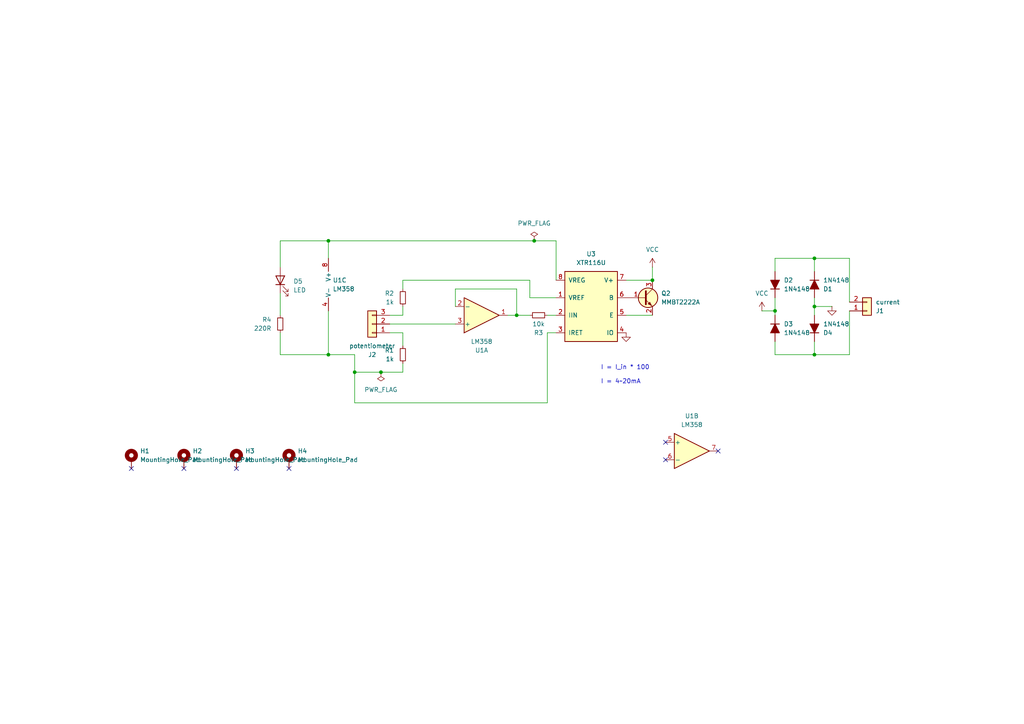
<source format=kicad_sch>
(kicad_sch (version 20231120) (generator "eeschema") (generator_version "8.0")
  (paper "A4")
  (lib_symbols
    (symbol "Amplifier_Operational:LM358" (pin_names (offset 0.127))
      (property "Reference" "U" (at 0 5.08 0))
      (property "Value" "LM358" (at 0 -5.08 0))
      (symbol "LM358_1_1"
        (polyline (pts (xy -5.08 5.08) (xy 5.08 0) (xy -5.08 -5.08) (xy -5.08 5.08)) (stroke (width 0.254)) (fill (type background)))
        (pin output line (at 7.62 0 180) (length 2.54) (name "~") (number "1"))
        (pin input line (at -7.62 -2.54 0) (length 2.54) (name "-") (number "2"))
        (pin input line (at -7.62 2.54 0) (length 2.54) (name "+") (number "3"))
      )
      (symbol "LM358_2_1"
        (polyline (pts (xy -5.08 5.08) (xy 5.08 0) (xy -5.08 -5.08) (xy -5.08 5.08)) (stroke (width 0.254)) (fill (type background)))
        (pin input line (at -7.62 2.54 0) (length 2.54) (name "+") (number "5"))
        (pin input line (at -7.62 -2.54 0) (length 2.54) (name "-") (number "6"))
        (pin output line (at 7.62 0 180) (length 2.54) (name "~") (number "7"))
      )
      (symbol "LM358_3_1"
        (pin power_in line (at -2.54 -7.62 90) (length 3.81) (name "V-") (number "4"))
        (pin power_in line (at -2.54 7.62 270) (length 3.81) (name "V+") (number "8"))
      )
    )
    (symbol "Connector_Generic:Conn_01x03" (pin_names (offset 1.016) hide)
      (property "Reference" "J" (at 0 5.08 0))
      (property "Value" "Conn_01x03" (at 0 -5.08 0))
      (symbol "Conn_01x03_1_1"
        (rectangle (start -1.27 -2.413) (end 0 -2.667) (stroke (width 0.1524)))
        (rectangle (start -1.27 0.127) (end 0 -0.127) (stroke (width 0.1524)))
        (rectangle (start -1.27 2.667) (end 0 2.413) (stroke (width 0.1524)))
        (rectangle (start -1.27 3.81) (end 1.27 -3.81) (stroke (width 0.254)) (fill (type background)))
        (pin passive line (at -5.08 2.54 0) (length 3.81) (name "Pin_1") (number "1"))
        (pin passive line (at -5.08 0 0) (length 3.81) (name "Pin_2") (number "2"))
        (pin passive line (at -5.08 -2.54 0) (length 3.81) (name "Pin_3") (number "3"))
      )
    )
    (symbol "Device:LED" (pin_numbers hide) (pin_names (offset 1.016) hide)
      (property "Reference" "D" (at 0 2.54 0))
      (property "Value" "LED" (at 0 -2.54 0))
      (symbol "LED_0_1"
        (polyline (pts (xy -1.27 -1.27) (xy -1.27 1.27)) (stroke (width 0.254)))
        (polyline (pts (xy -1.27 0) (xy 1.27 0)))
        (polyline (pts (xy 1.27 -1.27) (xy 1.27 1.27) (xy -1.27 0) (xy 1.27 -1.27)) (stroke (width 0.254)))
        (polyline (pts (xy -3.048 -0.762) (xy -4.572 -2.286) (xy -3.81 -2.286) (xy -4.572 -2.286) (xy -4.572 -1.524)))
        (polyline (pts (xy -1.778 -0.762) (xy -3.302 -2.286) (xy -2.54 -2.286) (xy -3.302 -2.286) (xy -3.302 -1.524)))
      )
      (symbol "LED_1_1"
        (pin passive line (at -3.81 0 0) (length 2.54) (name "K") (number "1"))
        (pin passive line (at 3.81 0 180) (length 2.54) (name "A") (number "2"))
      )
    )
    (symbol "Device:R_Small" (pin_numbers hide) (pin_names (offset 0.254) hide)
      (property "Reference" "R" (at 0.762 0.508 0))
      (property "Value" "R_Small" (at 0.762 -1.016 0))
      (symbol "R_Small_0_1"
        (rectangle (start -0.762 1.778) (end 0.762 -1.778) (stroke (width 0.2032)))
      )
      (symbol "R_Small_1_1"
        (pin passive line (at 0 2.54 270) (length 0.762) (name "~") (number "1"))
        (pin passive line (at 0 -2.54 90) (length 0.762) (name "~") (number "2"))
      )
    )
    (symbol "Interface_CurrentLoop:XTR116U" (pin_names (offset 1.016))
      (property "Reference" "U" (at -7.62 13.97 0))
      (property "Value" "XTR116U" (at 1.27 13.97 0))
      (symbol "XTR116U_0_1"
        (rectangle (start -7.62 12.7) (end 7.62 -7.62) (stroke (width 0.254)) (fill (type background)))
      )
      (symbol "XTR116U_1_1"
        (pin output line (at -10.16 5.08 0) (length 2.54) (name "VREF") (number "1"))
        (pin input line (at -10.16 0 0) (length 2.54) (name "IIN") (number "2"))
        (pin input line (at -10.16 -5.08 0) (length 2.54) (name "IRET") (number "3"))
        (pin passive line (at 10.16 -5.08 180) (length 2.54) (name "IO") (number "4"))
        (pin passive line (at 10.16 0 180) (length 2.54) (name "E") (number "5"))
        (pin output line (at 10.16 5.08 180) (length 2.54) (name "B") (number "6"))
        (pin output line (at 10.16 10.16 180) (length 2.54) (name "V+") (number "7"))
        (pin output line (at -10.16 10.16 0) (length 2.54) (name "VREG") (number "8"))
      )
    )
    (symbol "Mechanical:MountingHole_Pad" (pin_numbers hide) (pin_names (offset 1.016) hide) (exclude_from_sim yes) (in_bom no)
      (property "Reference" "H" (at 0 6.35 0))
      (property "Value" "MountingHole_Pad" (at 0 4.445 0))
      (symbol "MountingHole_Pad_0_1"
        (circle (center 0 1.27) (radius 1.27) (stroke (width 1.27)))
      )
      (symbol "MountingHole_Pad_1_1"
        (pin input line (at 0 -2.54 90) (length 2.54) (name "1") (number "1"))
      )
    )
    (symbol "PCM_4ms_Connector:Conn_01x02" (pin_names (offset 1.016) hide)
      (property "Reference" "J" (at 0 2.54 0))
      (property "Value" "Conn_01x02" (at 0 -5.08 0))
      (symbol "Conn_01x02_1_1"
        (rectangle (start -1.27 -2.413) (end 0 -2.667) (stroke (width 0.1524)))
        (rectangle (start -1.27 0.127) (end 0 -0.127) (stroke (width 0.1524)))
        (rectangle (start -1.27 1.27) (end 1.27 -3.81) (stroke (width 0.254)) (fill (type background)))
        (pin passive line (at -5.08 0 0) (length 3.81) (name "Pin_1") (number "1"))
        (pin passive line (at -5.08 -2.54 0) (length 3.81) (name "Pin_2") (number "2"))
      )
    )
    (symbol "PCM_Diode_AKL:1N4148" (pin_numbers hide) (pin_names (offset 1.016) hide)
      (property "Reference" "D" (at 0 5.08 0))
      (property "Value" "1N4148" (at 0 2.54 0))
      (symbol "1N4148_0_1"
        (polyline (pts (xy -1.27 0) (xy 1.27 0)))
        (polyline (pts (xy 1.27 1.27) (xy 1.27 -1.27)) (stroke (width 0.254)))
        (polyline (pts (xy -1.27 1.27) (xy -1.27 -1.27) (xy 1.27 0) (xy -1.27 1.27)) (stroke (width 0.254)) (fill (type outline)))
      )
      (symbol "1N4148_0_2"
        (polyline (pts (xy -2.54 -2.54) (xy 2.54 2.54)))
        (polyline (pts (xy 0 1.778) (xy 1.778 0)) (stroke (width 0.254)))
        (polyline (pts (xy -0.889 -0.889) (xy -1.778 0) (xy 0.889 0.889) (xy 0 -1.778) (xy -0.889 -0.889)) (stroke (width 0.254)) (fill (type outline)))
      )
      (symbol "1N4148_1_1"
        (pin passive line (at 3.81 0 180) (length 2.54) (name "K") (number "1"))
        (pin passive line (at -3.81 0 0) (length 2.54) (name "A") (number "2"))
      )
      (symbol "1N4148_1_2"
        (pin passive line (at 2.54 2.54 180) (length 0) (name "K") (number "1"))
        (pin passive line (at -2.54 -2.54 0) (length 0) (name "A") (number "2"))
      )
    )
    (symbol "PCM_Transistor_BJT_AKL:MMBT2222A" (pin_names hide)
      (property "Reference" "Q" (at 5.08 1.27 0))
      (property "Value" "MMBT2222A" (at 5.08 -1.27 0))
      (symbol "MMBT2222A_0_1"
        (polyline (pts (xy 0.635 0.635) (xy 2.54 2.54)))
        (polyline (pts (xy 0.635 -0.635) (xy 2.54 -2.54) (xy 2.54 -2.54)))
        (polyline (pts (xy 0.635 1.905) (xy 0.635 -1.905) (xy 0.635 -1.905)) (stroke (width 0.508)))
        (polyline (pts (xy 1.27 -1.778) (xy 1.778 -1.27) (xy 2.286 -2.286) (xy 1.27 -1.778) (xy 1.27 -1.778)) (fill (type outline)))
        (circle (center 1.27 0) (radius 2.8194) (stroke (width 0.254)) (fill (type background)))
      )
      (symbol "MMBT2222A_1_1"
        (pin input line (at -5.08 0 0) (length 5.715) (name "B") (number "1"))
        (pin passive line (at 2.54 -5.08 90) (length 2.54) (name "E") (number "2"))
        (pin passive line (at 2.54 5.08 270) (length 2.54) (name "C") (number "3"))
      )
    )
    (symbol "power:GND" (power) (pin_numbers hide) (pin_names (offset 0) hide)
      (property "Value" "GND" (at 0 -3.81 0))
      (symbol "GND_0_1"
        (polyline (pts (xy 0 0) (xy 0 -1.27) (xy 1.27 -1.27) (xy 0 -2.54) (xy -1.27 -1.27) (xy 0 -1.27)))
      )
      (symbol "GND_1_1"
        (pin power_in line (at 0 0 270) (length 0) (name "~") (number "1"))
      )
    )
    (symbol "power:PWR_FLAG" (power) (pin_numbers hide) (pin_names (offset 0) hide)
      (property "Value" "PWR_FLAG" (at 0 3.81 0))
      (symbol "PWR_FLAG_0_0"
        (pin power_out line (at 0 0 90) (length 0) (name "~") (number "1"))
      )
      (symbol "PWR_FLAG_0_1"
        (polyline (pts (xy 0 0) (xy 0 1.27) (xy -1.016 1.905) (xy 0 2.54) (xy 1.016 1.905) (xy 0 1.27)))
      )
    )
    (symbol "power:VCC" (power) (pin_numbers hide) (pin_names (offset 0) hide)
      (property "Value" "VCC" (at 0 3.556 0))
      (symbol "VCC_0_1"
        (polyline (pts (xy -0.762 1.27) (xy 0 2.54)))
        (polyline (pts (xy 0 0) (xy 0 2.54)))
        (polyline (pts (xy 0 2.54) (xy 0.762 1.27)))
      )
      (symbol "VCC_1_1"
        (pin power_in line (at 0 0 90) (length 0) (name "~") (number "1"))
      )
    )
  )
  (junction (at 236.22 102.87))
  (junction (at 102.87 107.95))
  (junction (at 189.23 81.28))
  (junction (at 149.86 91.44))
  (junction (at 224.79 90.17))
  (junction (at 236.22 74.93))
  (junction (at 236.22 88.9))
  (junction (at 154.94 69.85))
  (junction (at 95.25 69.85))
  (junction (at 95.25 102.87))
  (junction (at 110.49 107.95))
  (no_connect (at 38.1 135.89))
  (no_connect (at 193.04 128.27))
  (no_connect (at 83.82 135.89))
  (no_connect (at 208.28 130.81))
  (no_connect (at 68.58 135.89))
  (no_connect (at 53.34 135.89))
  (no_connect (at 193.04 133.35))
  (wire (pts (xy 147.32 91.44) (xy 149.86 91.44)))
  (wire (pts (xy 220.98 90.17) (xy 224.79 90.17)))
  (wire (pts (xy 246.38 74.93) (xy 236.22 74.93)))
  (wire (pts (xy 236.22 99.06) (xy 236.22 102.87)))
  (wire (pts (xy 116.84 105.41) (xy 116.84 107.95)))
  (wire (pts (xy 189.23 77.47) (xy 189.23 81.28)))
  (wire (pts (xy 113.03 91.44) (xy 116.84 91.44)))
  (wire (pts (xy 113.03 96.52) (xy 116.84 96.52)))
  (wire (pts (xy 102.87 107.95) (xy 102.87 102.87)))
  (wire (pts (xy 132.08 88.9) (xy 132.08 83.82)))
  (wire (pts (xy 132.08 83.82) (xy 149.86 83.82)))
  (wire (pts (xy 158.75 96.52) (xy 158.75 116.84)))
  (wire (pts (xy 158.75 116.84) (xy 102.87 116.84)))
  (wire (pts (xy 116.84 96.52) (xy 116.84 100.33)))
  (wire (pts (xy 224.79 102.87) (xy 224.79 99.06)))
  (wire (pts (xy 149.86 91.44) (xy 153.67 91.44)))
  (wire (pts (xy 110.49 107.95) (xy 116.84 107.95)))
  (wire (pts (xy 236.22 74.93) (xy 236.22 78.74)))
  (wire (pts (xy 224.79 74.93) (xy 224.79 78.74)))
  (wire (pts (xy 153.67 81.28) (xy 153.67 86.36)))
  (wire (pts (xy 81.28 77.47) (xy 81.28 69.85)))
  (wire (pts (xy 153.67 86.36) (xy 161.29 86.36)))
  (wire (pts (xy 236.22 86.36) (xy 236.22 88.9)))
  (wire (pts (xy 81.28 91.44) (xy 81.28 85.09)))
  (wire (pts (xy 224.79 90.17) (xy 224.79 91.44)))
  (wire (pts (xy 81.28 69.85) (xy 95.25 69.85)))
  (wire (pts (xy 181.61 91.44) (xy 189.23 91.44)))
  (wire (pts (xy 236.22 88.9) (xy 236.22 91.44)))
  (wire (pts (xy 95.25 69.85) (xy 95.25 74.93)))
  (wire (pts (xy 224.79 86.36) (xy 224.79 90.17)))
  (wire (pts (xy 161.29 69.85) (xy 154.94 69.85)))
  (wire (pts (xy 158.75 96.52) (xy 161.29 96.52)))
  (wire (pts (xy 224.79 74.93) (xy 236.22 74.93)))
  (wire (pts (xy 95.25 90.17) (xy 95.25 102.87)))
  (wire (pts (xy 116.84 81.28) (xy 153.67 81.28)))
  (wire (pts (xy 95.25 102.87) (xy 102.87 102.87)))
  (wire (pts (xy 149.86 83.82) (xy 149.86 91.44)))
  (wire (pts (xy 102.87 116.84) (xy 102.87 107.95)))
  (wire (pts (xy 81.28 102.87) (xy 95.25 102.87)))
  (wire (pts (xy 116.84 81.28) (xy 116.84 83.82)))
  (wire (pts (xy 158.75 91.44) (xy 161.29 91.44)))
  (wire (pts (xy 113.03 93.98) (xy 132.08 93.98)))
  (wire (pts (xy 154.94 69.85) (xy 95.25 69.85)))
  (wire (pts (xy 246.38 90.17) (xy 246.38 102.87)))
  (wire (pts (xy 161.29 81.28) (xy 161.29 69.85)))
  (wire (pts (xy 241.3 88.9) (xy 236.22 88.9)))
  (wire (pts (xy 246.38 102.87) (xy 236.22 102.87)))
  (wire (pts (xy 102.87 107.95) (xy 110.49 107.95)))
  (wire (pts (xy 189.23 81.28) (xy 181.61 81.28)))
  (wire (pts (xy 81.28 102.87) (xy 81.28 96.52)))
  (wire (pts (xy 246.38 87.63) (xy 246.38 74.93)))
  (wire (pts (xy 236.22 102.87) (xy 224.79 102.87)))
  (wire (pts (xy 116.84 91.44) (xy 116.84 88.9)))
  (text "I = I_in * 100\n\nI = 4~20mA\n" (at 174.244 105.918 0) (effects (font (size 1.27 1.27)) (justify left top)))
  (symbol (lib_id "Mechanical:MountingHole_Pad") (at 53.34 133.35 0) (unit 1) (exclude_from_sim yes) (in_bom no)
    (property "Reference" "H2" (at 55.88 130.8099 0) (effects (justify left)))
    (property "Value" "MountingHole_Pad" (at 55.88 133.3499 0) (effects (justify left)))
    (property "Footprint" "MountingHole:MountingHole_3.2mm_M3_Pad_TopBottom" (effects (hide yes)))
    (property "Description" "Mounting Hole with connection" (effects (hide yes)))
  )
  (symbol (lib_id "Device:R_Small") (at 116.84 102.87 0) (mirror y) (unit 1)
    (property "Reference" "R1" (at 114.3 101.5999 0) (effects (justify left)))
    (property "Value" "1k" (at 114.3 104.1399 0) (effects (justify left)))
    (property "Footprint" "Resistor_SMD:R_0402_1005Metric" (effects (hide yes)))
    (property "Description" "Resistor, small symbol" (effects (hide yes)))
  )
  (symbol (lib_id "Device:R_Small") (at 116.84 86.36 0) (mirror y) (unit 1)
    (property "Reference" "R2" (at 114.3 85.0899 0) (effects (justify left)))
    (property "Value" "1k" (at 114.3 87.6299 0) (effects (justify left)))
    (property "Footprint" "Resistor_SMD:R_0402_1005Metric" (effects (hide yes)))
    (property "Description" "Resistor, small symbol" (effects (hide yes)))
  )
  (symbol (lib_id "power:GND") (at 241.3 88.9 0) (unit 1)
    (property "Reference" "#PWR03" (effects (hide yes)))
    (property "Value" "GND" (effects (hide yes)))
    (property "Description" "Power symbol creates a global label with name \"GND\" , ground" (effects (hide yes)))
  )
  (symbol (lib_id "Connector_Generic:Conn_01x03") (at 107.95 93.98 180) (unit 1)
    (property "Reference" "J2" (at 107.95 102.87 0))
    (property "Value" "potentiometer" (at 107.95 100.33 0))
    (property "Footprint" "Connector_JST:JST_XH_S3B-XH-A_1x03_P2.50mm_Horizontal" (effects (hide yes)))
    (property "Description" "Generic connector, single row, 01x03, script generated (kicad-library-utils/schlib/autogen/connector/)" (effects (hide yes)))
  )
  (symbol (lib_id "PCM_Diode_AKL:1N4148") (at 224.79 95.25 90) (unit 1)
    (property "Reference" "D3" (at 227.33 93.9799 90) (effects (justify right)))
    (property "Value" "1N4148" (at 227.33 96.5199 90) (effects (justify right)))
    (property "Footprint" "Diode_SMD:D_SOD-323" (effects (hide yes)))
    (property "Datasheet" "https://datasheet.octopart.com/1N4148TR-ON-Semiconductor-datasheet-42765246.pdf" (effects (hide yes)))
    (property "Description" "DO-35 Diode, Small Signal, Fast Switching, 75V, 150mA, 4ns, Alternate KiCad Library" (effects (hide yes)))
  )
  (symbol (lib_id "Amplifier_Operational:LM358") (at 97.79 82.55 0) (unit 3)
    (property "Reference" "U1" (at 96.52 81.2799 0) (effects (justify left)))
    (property "Value" "LM358" (at 96.52 83.8199 0) (effects (justify left)))
    (property "Footprint" "Package_SO:SOIC-8_3.9x4.9mm_P1.27mm" (effects (hide yes)))
    (property "Datasheet" "http://www.ti.com/lit/ds/symlink/lm2904-n.pdf" (effects (hide yes)))
    (property "Description" "Low-Power, Dual Operational Amplifiers, DIP-8/SOIC-8/TO-99-8" (effects (hide yes)))
  )
  (symbol (lib_id "Interface_CurrentLoop:XTR116U") (at 171.45 91.44 0) (unit 1)
    (property "Reference" "U3" (at 171.45 73.66 0))
    (property "Value" "XTR116U" (at 171.45 76.2 0))
    (property "Footprint" "Package_SO:SOIC-8_3.9x4.9mm_P1.27mm" (effects (hide yes)))
    (property "Datasheet" "http://www.ti.com/lit/ds/symlink/xtr115.pdf" (effects (hide yes)))
    (property "Description" "4-20mA Current Loop Transmitter, VREF 4.096V, SO-8" (effects (hide yes)))
  )
  (symbol (lib_id "Device:R_Small") (at 156.21 91.44 90) (mirror x) (unit 1)
    (property "Reference" "R3" (at 156.21 96.52 90))
    (property "Value" "10k" (at 156.21 93.98 90))
    (property "Footprint" "Resistor_SMD:R_0402_1005Metric" (effects (hide yes)))
    (property "Description" "Resistor, small symbol" (effects (hide yes)))
  )
  (symbol (lib_id "PCM_Diode_AKL:1N4148") (at 224.79 82.55 270) (unit 1)
    (property "Reference" "D2" (at 227.33 81.2799 90) (effects (justify left)))
    (property "Value" "1N4148" (at 227.33 83.8199 90) (effects (justify left)))
    (property "Footprint" "Diode_SMD:D_SOD-323" (effects (hide yes)))
    (property "Datasheet" "https://datasheet.octopart.com/1N4148TR-ON-Semiconductor-datasheet-42765246.pdf" (effects (hide yes)))
    (property "Description" "DO-35 Diode, Small Signal, Fast Switching, 75V, 150mA, 4ns, Alternate KiCad Library" (effects (hide yes)))
  )
  (symbol (lib_id "Amplifier_Operational:LM358") (at 200.66 130.81 0) (unit 2)
    (property "Reference" "U1" (at 200.66 120.65 0))
    (property "Value" "LM358" (at 200.66 123.19 0))
    (property "Footprint" "Package_SO:SOIC-8_3.9x4.9mm_P1.27mm" (effects (hide yes)))
    (property "Datasheet" "http://www.ti.com/lit/ds/symlink/lm2904-n.pdf" (effects (hide yes)))
    (property "Description" "Low-Power, Dual Operational Amplifiers, DIP-8/SOIC-8/TO-99-8" (effects (hide yes)))
  )
  (symbol (lib_id "PCM_Diode_AKL:1N4148") (at 236.22 95.25 90) (mirror x) (unit 1)
    (property "Reference" "D4" (at 238.76 96.5201 90) (effects (justify right)))
    (property "Value" "1N4148" (at 238.76 93.9801 90) (effects (justify right)))
    (property "Footprint" "Diode_SMD:D_SOD-323" (effects (hide yes)))
    (property "Datasheet" "https://datasheet.octopart.com/1N4148TR-ON-Semiconductor-datasheet-42765246.pdf" (effects (hide yes)))
    (property "Description" "DO-35 Diode, Small Signal, Fast Switching, 75V, 150mA, 4ns, Alternate KiCad Library" (effects (hide yes)))
  )
  (symbol (lib_id "power:VCC") (at 189.23 77.47 0) (unit 1)
    (property "Reference" "#PWR01" (effects (hide yes)))
    (property "Value" "VCC" (at 189.23 72.39 0))
    (property "Description" "Power symbol creates a global label with name \"VCC\"" (effects (hide yes)))
  )
  (symbol (lib_id "power:PWR_FLAG") (at 154.94 69.85 0) (unit 1)
    (property "Reference" "#FLG01" (effects (hide yes)))
    (property "Value" "PWR_FLAG" (at 154.94 64.77 0))
    (property "Description" "Special symbol for telling ERC where power comes from" (effects (hide yes)))
  )
  (symbol (lib_id "Mechanical:MountingHole_Pad") (at 38.1 133.35 0) (unit 1) (exclude_from_sim yes) (in_bom no)
    (property "Reference" "H1" (at 40.64 130.8099 0) (effects (justify left)))
    (property "Value" "MountingHole_Pad" (at 40.64 133.3499 0) (effects (justify left)))
    (property "Footprint" "MountingHole:MountingHole_3.2mm_M3_Pad_TopBottom" (effects (hide yes)))
    (property "Description" "Mounting Hole with connection" (effects (hide yes)))
  )
  (symbol (lib_id "PCM_Diode_AKL:1N4148") (at 236.22 82.55 270) (mirror x) (unit 1)
    (property "Reference" "D1" (at 238.76 83.8201 90) (effects (justify left)))
    (property "Value" "1N4148" (at 238.76 81.2801 90) (effects (justify left)))
    (property "Footprint" "Diode_SMD:D_SOD-323" (effects (hide yes)))
    (property "Datasheet" "https://datasheet.octopart.com/1N4148TR-ON-Semiconductor-datasheet-42765246.pdf" (effects (hide yes)))
    (property "Description" "DO-35 Diode, Small Signal, Fast Switching, 75V, 150mA, 4ns, Alternate KiCad Library" (effects (hide yes)))
  )
  (symbol (lib_id "PCM_4ms_Connector:Conn_01x02") (at 251.46 90.17 0) (mirror x) (unit 1)
    (property "Reference" "J1" (at 254 90.1701 0) (effects (justify left)))
    (property "Value" "current" (at 254 87.6301 0) (effects (justify left)))
    (property "Footprint" "Connector_JST:JST_XH_S2B-XH-A_1x02_P2.50mm_Horizontal" (effects (hide yes)))
    (property "Description" "HEADER 1x2 MALE PINS 0.100” 180deg" (effects (hide yes)))
    (property "Specifications" "Pins_01x02, Header, Male Pins, 1*2, spacing 2.54mm, straight pin" (effects (hide yes)))
    (property "Manufacturer" "TAD" (effects (hide yes)))
    (property "Part Number" "1-0201FBV0T" (effects (hide yes)))
  )
  (symbol (lib_id "PCM_Transistor_BJT_AKL:MMBT2222A") (at 186.69 86.36 0) (unit 1)
    (property "Reference" "Q2" (at 191.77 85.0899 0) (effects (justify left)))
    (property "Value" "MMBT2222A" (at 191.77 87.6299 0) (effects (justify left)))
    (property "Footprint" "PCM_Package_TO_SOT_SMD_AKL:SOT-23" (effects (hide yes)))
    (property "Datasheet" "https://www.tme.eu/Document/fd53f7282772c4b53c43aa6dcf874bac/mmbt2222.pdf" (effects (hide yes)))
    (property "Description" "NPN SOT-23 transistor, 40V, 600mA, 225mW, Alternate KiCAD Library" (effects (hide yes)))
  )
  (symbol (lib_id "Device:R_Small") (at 81.28 93.98 0) (mirror y) (unit 1)
    (property "Reference" "R4" (at 78.74 92.7099 0) (effects (justify left)))
    (property "Value" "220R" (at 78.74 95.2499 0) (effects (justify left)))
    (property "Footprint" "Resistor_SMD:R_0402_1005Metric" (effects (hide yes)))
    (property "Description" "Resistor, small symbol" (effects (hide yes)))
  )
  (symbol (lib_id "power:PWR_FLAG") (at 110.49 107.95 0) (mirror x) (unit 1)
    (property "Reference" "#FLG02" (effects (hide yes)))
    (property "Value" "PWR_FLAG" (at 110.49 113.03 0))
    (property "Description" "Special symbol for telling ERC where power comes from" (effects (hide yes)))
  )
  (symbol (lib_id "power:GND") (at 181.61 96.52 0) (unit 1)
    (property "Reference" "#PWR04" (effects (hide yes)))
    (property "Value" "GND" (effects (hide yes)))
    (property "Description" "Power symbol creates a global label with name \"GND\" , ground" (effects (hide yes)))
  )
  (symbol (lib_id "power:VCC") (at 220.98 90.17 0) (unit 1)
    (property "Reference" "#PWR02" (effects (hide yes)))
    (property "Value" "VCC" (at 220.98 85.09 0))
    (property "Description" "Power symbol creates a global label with name \"VCC\"" (effects (hide yes)))
  )
  (symbol (lib_id "Mechanical:MountingHole_Pad") (at 68.58 133.35 0) (unit 1) (exclude_from_sim yes) (in_bom no)
    (property "Reference" "H3" (at 71.12 130.8099 0) (effects (justify left)))
    (property "Value" "MountingHole_Pad" (at 71.12 133.3499 0) (effects (justify left)))
    (property "Footprint" "MountingHole:MountingHole_3.2mm_M3_Pad_TopBottom" (effects (hide yes)))
    (property "Description" "Mounting Hole with connection" (effects (hide yes)))
  )
  (symbol (lib_id "Device:LED") (at 81.28 81.28 90) (unit 1)
    (property "Reference" "D5" (at 85.09 81.5974 90) (effects (justify right)))
    (property "Value" "LED" (at 85.09 84.1374 90) (effects (justify right)))
    (property "Footprint" "LED_SMD:LED_0603_1608Metric" (effects (hide yes)))
    (property "Description" "Light emitting diode" (effects (hide yes)))
  )
  (symbol (lib_id "Mechanical:MountingHole_Pad") (at 83.82 133.35 0) (unit 1) (exclude_from_sim yes) (in_bom no)
    (property "Reference" "H4" (at 86.36 130.8099 0) (effects (justify left)))
    (property "Value" "MountingHole_Pad" (at 86.36 133.3499 0) (effects (justify left)))
    (property "Footprint" "MountingHole:MountingHole_3.2mm_M3_Pad_TopBottom" (effects (hide yes)))
    (property "Description" "Mounting Hole with connection" (effects (hide yes)))
  )
  (symbol (lib_id "Amplifier_Operational:LM358") (at 139.7 91.44 0) (mirror x) (unit 1)
    (property "Reference" "U1" (at 139.7 101.6 0))
    (property "Value" "LM358" (at 139.7 99.06 0))
    (property "Footprint" "Package_SO:SOIC-8_3.9x4.9mm_P1.27mm" (effects (hide yes)))
    (property "Datasheet" "http://www.ti.com/lit/ds/symlink/lm2904-n.pdf" (effects (hide yes)))
    (property "Description" "Low-Power, Dual Operational Amplifiers, DIP-8/SOIC-8/TO-99-8" (effects (hide yes)))
  )
)
</source>
